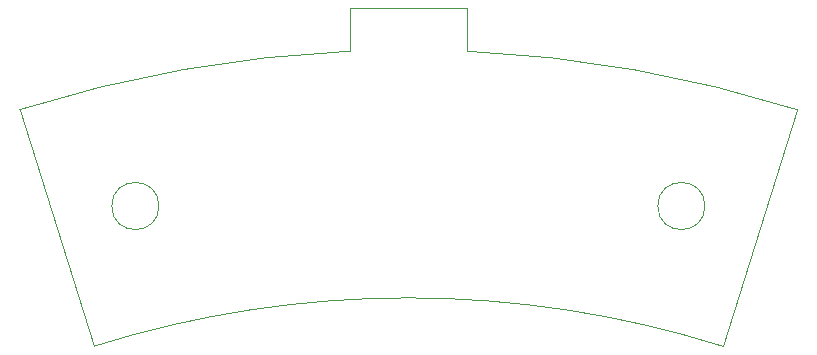
<source format=gbr>
%TF.GenerationSoftware,KiCad,Pcbnew,9.0.6*%
%TF.CreationDate,2026-01-11T15:28:45-08:00*%
%TF.ProjectId,pcb,7063622e-6b69-4636-9164-5f7063625858,rev?*%
%TF.SameCoordinates,Original*%
%TF.FileFunction,Profile,NP*%
%FSLAX46Y46*%
G04 Gerber Fmt 4.6, Leading zero omitted, Abs format (unit mm)*
G04 Created by KiCad (PCBNEW 9.0.6) date 2026-01-11 15:28:45*
%MOMM*%
%LPD*%
G01*
G04 APERTURE LIST*
%TA.AperFunction,Profile*%
%ADD10C,0.050000*%
%TD*%
G04 APERTURE END LIST*
D10*
X154992904Y-89616687D02*
X154992904Y-86000000D01*
X154992904Y-89616687D02*
G75*
G02*
X182930462Y-94571934I-4992904J-109383113D01*
G01*
X145051857Y-86000000D02*
X154992904Y-86000000D01*
X123387538Y-114596050D02*
X117099248Y-94562567D01*
X123387537Y-114596050D02*
G75*
G02*
X176612463Y-114596050I26612463J-84403945D01*
G01*
X117099248Y-94562560D02*
G75*
G02*
X145051857Y-89614653I32900752J-104437440D01*
G01*
X176612463Y-114596050D02*
X182931305Y-94569262D01*
X175114303Y-102722012D02*
G75*
G02*
X171114303Y-102722012I-2000000J0D01*
G01*
X171114303Y-102722012D02*
G75*
G02*
X175114303Y-102722012I2000000J0D01*
G01*
X128885700Y-102722013D02*
G75*
G02*
X124885700Y-102722013I-2000000J0D01*
G01*
X124885700Y-102722013D02*
G75*
G02*
X128885700Y-102722013I2000000J0D01*
G01*
X145051857Y-89614653D02*
X145051857Y-86000000D01*
M02*

</source>
